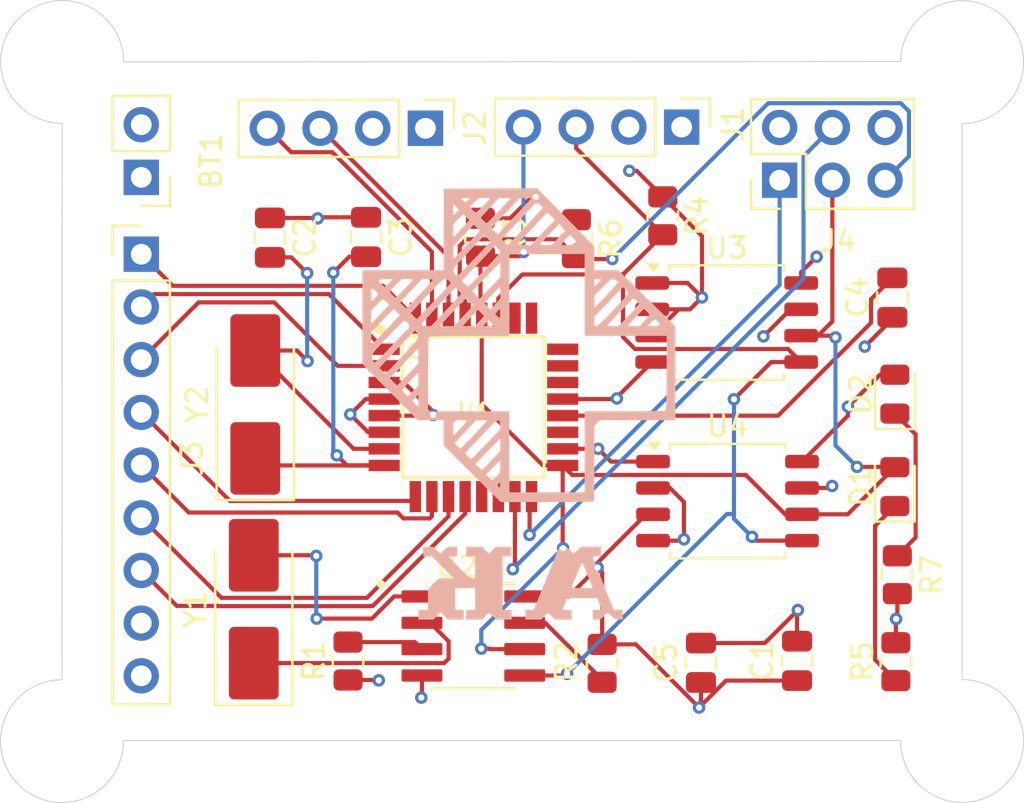
<source format=kicad_pcb>
(kicad_pcb (version 20241229) (generator "pcbnew") (generator_version "9.0")
  (layers (0 "F.Cu" signal) (4 "In1.Cu" signal) (6 "In2.Cu" signal) (2 "B.Cu" signal) (13 "F.Paste" user) (15 "B.Paste" user) (5 "F.SilkS" user "F.Silkscreen") (7 "B.SilkS" user "B.Silkscreen") (1 "F.Mask" user) (3 "B.Mask" user) (25 "Edge.Cuts" user))
  (net 0 "")
  (net 1 "/VCC")
  (net 2 "GND")
  (net 3 "Net-(U1-PB6)")
  (net 4 "Net-(U1-PB7)")
  (net 5 "Net-(U1-AREF)")
  (net 6 "/SCK")
  (net 7 "Net-(D1-K)")
  (net 8 "Net-(D2-K)")
  (net 9 "/SDA")
  (net 10 "/TX")
  (net 11 "/RX")
  (net 12 "/D7")
  (net 13 "/D2")
  (net 14 "/D5")
  (net 15 "/D3")
  (net 16 "/D8")
  (net 17 "/D6")
  (net 18 "/D4")
  (net 19 "/MISO")
  (net 20 "/MOSI")
  (net 21 "/RESET")
  (net 22 "Net-(U2-~{INTA})")
  (net 23 "Net-(U2-SQW{slash}~INT)")
  (net 32 "Net-(U2-X1)")
  (net 33 "Net-(U2-X2)")
  (footprint "Resistor_SMD:R_0805_2012Metric" (layer "F.Cu") (at 199.26 91.4175 -90)
    (property "Reference" "R5" (at 0 1.61 90) (layer "F.SilkS"))
    (property "Value" "330")
    (pad "1" smd roundrect (at -0.9125 0 270) (size 1.025 1.4) (layers "F.Cu" "F.Mask" "F.Paste") (roundrect_rratio 0.243902) (net 2 "GND"))
    (pad "2" smd roundrect (at 0.9125 0 270) (size 1.025 1.4) (layers "F.Cu" "F.Mask" "F.Paste") (roundrect_rratio 0.243902) (net 7 "Net-(D1-K)"))
  )
  (footprint "LED_SMD:LED_0805_2012Metric" (layer "F.Cu") (at 199.21 78.5225 90)
    (property "Reference" "D2" (at 0 -1.65 90) (layer "F.SilkS"))
    (property "Value" "LED")
    (pad "1" smd roundrect (at -0.9375 0 90) (size 0.975 1.4) (layers "F.Cu" "F.Mask" "F.Paste") (net 8 "Net-(D2-K)"))
    (pad "2" smd roundrect (at 0.9375 0 90) (size 0.975 1.4) (layers "F.Cu" "F.Mask" "F.Paste") (net 1 "/VCC"))
  )
  (footprint "Connector_PinHeader_2.54mm:PinHeader_1x02_P2.54mm_Vertical" (layer "F.Cu") (at 162.91 68.075 180)
    (property "Reference" "BT1" (at -3.36 0.79 90) (layer "F.SilkS"))
    (property "Value" "Battery")
    (pad "1" thru_hole rect (at 0 0 180) (size 1.7 1.7) (drill 1) (layers "*.Cu" "*.Mask") (net 1 "/VCC"))
    (pad "2" thru_hole circle (at 0 2.54 180) (size 1.7 1.7) (drill 1) (layers "*.Cu" "*.Mask") (net 2 "GND"))
  )
  (footprint "LED_SMD:LED_0805_2012Metric" (layer "F.Cu") (at 199.21 82.9825 90)
    (property "Reference" "D1" (at 0 -1.65 90) (layer "F.SilkS"))
    (property "Value" "LED")
    (pad "1" smd roundrect (at -0.9375 0 90) (size 0.975 1.4) (layers "F.Cu" "F.Mask" "F.Paste") (net 7 "Net-(D1-K)"))
    (pad "2" smd roundrect (at 0.9375 0 90) (size 0.975 1.4) (layers "F.Cu" "F.Mask" "F.Paste") (net 6 "/SCK"))
  )
  (footprint "Capacitor_SMD:C_0805_2012Metric" (layer "F.Cu") (at 199.09 73.87 90)
    (property "Reference" "C4" (at 0 -1.68 90) (layer "F.SilkS"))
    (property "Value" "0.1uF")
    (pad "1" smd roundrect (at -0.95 0 90) (size 1 1.45) (layers "F.Cu" "F.Mask" "F.Paste") (net 2 "GND"))
    (pad "2" smd roundrect (at 0.95 0 90) (size 1 1.45) (layers "F.Cu" "F.Mask" "F.Paste") (net 5 "Net-(U1-AREF)"))
  )
  (footprint "Package_SO:SOIC-8_5.3x5.3mm_P1.27mm" (layer "F.Cu") (at 191.15 83.68)
    (property "Reference" "U4" (at 0 -3.6 0) (layer "F.SilkS"))
    (property "Value" "24LC1025")
    (pad "1" smd roundrect (at -3.5875 -1.905) (size 1.625 0.65) (layers "F.Cu" "F.Mask" "F.Paste") (net 1 "/VCC"))
    (pad "2" smd roundrect (at -3.5875 -0.635) (size 1.625 0.65) (layers "F.Cu" "F.Mask" "F.Paste") (net 2 "GND"))
    (pad "3" smd roundrect (at -3.5875 0.635) (size 1.625 0.65) (layers "F.Cu" "F.Mask" "F.Paste") (net 1 "/VCC"))
    (pad "4" smd roundrect (at -3.5875 1.905) (size 1.625 0.65) (layers "F.Cu" "F.Mask" "F.Paste") (net 2 "GND"))
    (pad "5" smd roundrect (at 3.5875 1.905) (size 1.625 0.65) (layers "F.Cu" "F.Mask" "F.Paste") (net 9 "/SDA"))
    (pad "6" smd roundrect (at 3.5875 0.635) (size 1.625 0.65) (layers "F.Cu" "F.Mask" "F.Paste") (net 6 "/SCK"))
    (pad "7" smd roundrect (at 3.5875 -0.635) (size 1.625 0.65) (layers "F.Cu" "F.Mask" "F.Paste") (net 2 "GND"))
    (pad "8" smd roundrect (at 3.5875 -1.905) (size 1.625 0.65) (layers "F.Cu" "F.Mask" "F.Paste") (net 1 "/VCC"))
  )
  (footprint "Capacitor_SMD:C_0805_2012Metric" (layer "F.Cu") (at 189.87 91.47 90)
    (property "Reference" "C5" (at 0 -1.68 90) (layer "F.SilkS"))
    (property "Value" "100nF")
    (pad "1" smd roundrect (at -0.95 0 90) (size 1 1.45) (layers "F.Cu" "F.Mask" "F.Paste") (net 1 "/VCC"))
    (pad "2" smd roundrect (at 0.95 0 90) (size 1 1.45) (layers "F.Cu" "F.Mask" "F.Paste") (net 2 "GND"))
  )
  (footprint "ATMEGA328P-AN:Atmega328p-AN" (layer "F.Cu") (at 178.91 79.16)
    (property "Reference" "U1" (at 0.03 0.23 0) (layer "F.SilkS") (effects (font (size 0.8 0.8))))
    (property "Value" "ATMEGA328P-AN")
    (pad "1" smd rect (at -4.3 -2.8) (size 1.5 0.55) (layers "F.Cu" "F.Mask" "F.Paste") (net 15 "/D3"))
    (pad "2" smd rect (at -4.3 -2) (size 1.5 0.55) (layers "F.Cu" "F.Mask" "F.Paste") (net 18 "/D4"))
    (pad "3" smd rect (at -4.3 -1.2) (size 1.5 0.55) (layers "F.Cu" "F.Mask" "F.Paste") (net 2 "GND"))
    (pad "4" smd rect (at -4.3 -0.4) (size 1.5 0.55) (layers "F.Cu" "F.Mask" "F.Paste") (net 1 "/VCC"))
    (pad "5" smd rect (at -4.3 0.4) (size 1.5 0.55) (layers "F.Cu" "F.Mask" "F.Paste") (net 2 "GND"))
    (pad "6" smd rect (at -4.3 1.2) (size 1.5 0.55) (layers "F.Cu" "F.Mask" "F.Paste") (net 1 "/VCC"))
    (pad "7" smd rect (at -4.3 2) (size 1.5 0.55) (layers "F.Cu" "F.Mask" "F.Paste") (net 3 "Net-(U1-PB6)"))
    (pad "8" smd rect (at -4.3 2.8) (size 1.5 0.55) (layers "F.Cu" "F.Mask" "F.Paste") (net 4 "Net-(U1-PB7)"))
    (pad "9" smd rect (at -2.8 4.3) (size 0.55 1.5) (layers "F.Cu" "F.Mask" "F.Paste") (net 14 "/D5"))
    (pad "10" smd rect (at -2 4.3) (size 0.55 1.5) (layers "F.Cu" "F.Mask" "F.Paste") (net 17 "/D6"))
    (pad "11" smd rect (at -1.2 4.3) (size 0.55 1.5) (layers "F.Cu" "F.Mask" "F.Paste") (net 12 "/D7"))
    (pad "12" smd rect (at -0.4 4.3) (size 0.55 1.5) (layers "F.Cu" "F.Mask" "F.Paste") (net 16 "/D8"))
    (pad "13" smd rect (at 0.4 4.3) (size 0.55 1.5) (layers "F.Cu" "F.Mask" "F.Paste"))
    (pad "14" smd rect (at 1.2 4.3) (size 0.55 1.5) (layers "F.Cu" "F.Mask" "F.Paste"))
    (pad "15" smd rect (at 2 4.3) (size 0.55 1.5) (layers "F.Cu" "F.Mask" "F.Paste") (net 20 "/MOSI"))
    (pad "16" smd rect (at 2.8 4.3) (size 0.55 1.5) (layers "F.Cu" "F.Mask" "F.Paste") (net 19 "/MISO"))
    (pad "17" smd rect (at 4.3 2.8) (size 1.5 0.55) (layers "F.Cu" "F.Mask" "F.Paste") (net 6 "/SCK"))
    (pad "18" smd rect (at 4.3 2) (size 1.5 0.55) (layers "F.Cu" "F.Mask" "F.Paste") (net 1 "/VCC"))
    (pad "19" smd rect (at 4.3 1.2) (size 1.5 0.55) (layers "F.Cu" "F.Mask" "F.Paste"))
    (pad "20" smd rect (at 4.3 0.4) (size 1.5 0.55) (layers "F.Cu" "F.Mask" "F.Paste") (net 5 "Net-(U1-AREF)"))
    (pad "21" smd rect (at 4.3 -0.4) (size 1.5 0.55) (layers "F.Cu" "F.Mask" "F.Paste") (net 2 "GND"))
    (pad "22" smd rect (at 4.3 -1.2) (size 1.5 0.55) (layers "F.Cu" "F.Mask" "F.Paste"))
    (pad "23" smd rect (at 4.3 -2) (size 1.5 0.55) (layers "F.Cu" "F.Mask" "F.Paste"))
    (pad "24" smd rect (at 4.3 -2.8) (size 1.5 0.55) (layers "F.Cu" "F.Mask" "F.Paste"))
    (pad "25" smd rect (at 2.8 -4.3) (size 0.55 1.5) (layers "F.Cu" "F.Mask" "F.Paste"))
    (pad "26" smd rect (at 2 -4.3) (size 0.55 1.5) (layers "F.Cu" "F.Mask" "F.Paste"))
    (pad "27" smd rect (at 1.2 -4.3) (size 0.55 1.5) (layers "F.Cu" "F.Mask" "F.Paste") (net 9 "/SDA"))
    (pad "28" smd rect (at 0.4 -4.3) (size 0.55 1.5) (layers "F.Cu" "F.Mask" "F.Paste") (net 6 "/SCK"))
    (pad "29" smd rect (at -0.4 -4.3) (size 0.55 1.5) (layers "F.Cu" "F.Mask" "F.Paste") (net 21 "/RESET"))
    (pad "30" smd rect (at -1.2 -4.3) (size 0.55 1.5) (layers "F.Cu" "F.Mask" "F.Paste") (net 11 "/RX"))
    (pad "31" smd rect (at -2 -4.3) (size 0.55 1.5) (layers "F.Cu" "F.Mask" "F.Paste") (net 10 "/TX"))
    (pad "32" smd rect (at -2.8 -4.3) (size 0.55 1.5) (layers "F.Cu" "F.Mask" "F.Paste") (net 13 "/D2"))
  )
  (footprint "Connector_PinHeader_2.54mm:PinHeader_2x03_P2.54mm_Vertical" (layer "F.Cu") (at 193.66 68.21 90)
    (property "Reference" "J4" (at -2.93 2.82 180) (layer "F.SilkS"))
    (property "Value" "Conn_02x03_Odd_Even" (hide yes))
    (pad "1" thru_hole rect (at 0 0 90) (size 1.7 1.7) (drill 1) (layers "*.Cu" "*.Mask") (net 19 "/MISO"))
    (pad "2" thru_hole circle (at 2.54 0 90) (size 1.7 1.7) (drill 1) (layers "*.Cu" "*.Mask") (net 1 "/VCC"))
    (pad "3" thru_hole circle (at 0 2.54 90) (size 1.7 1.7) (drill 1) (layers "*.Cu" "*.Mask") (net 6 "/SCK"))
    (pad "4" thru_hole circle (at 2.54 2.54 90) (size 1.7 1.7) (drill 1) (layers "*.Cu" "*.Mask") (net 20 "/MOSI"))
    (pad "5" thru_hole circle (at 0 5.08 90) (size 1.7 1.7) (drill 1) (layers "*.Cu" "*.Mask") (net 21 "/RESET"))
    (pad "6" thru_hole circle (at 2.54 5.08 90) (size 1.7 1.7) (drill 1) (layers "*.Cu" "*.Mask") (net 2 "GND"))
  )
  (footprint "Resistor_SMD:R_0805_2012Metric" (layer "F.Cu") (at 179.25 70.96 -90)
    (property "Reference" "R3" (at 0 -1.65 90) (layer "F.SilkS"))
    (property "Value" "4.7K")
    (pad "1" smd roundrect (at -0.9125 0 270) (size 1.025 1.4) (layers "F.Cu" "F.Mask" "F.Paste") (roundrect_rratio 0.243902) (net 1 "/VCC"))
    (pad "2" smd roundrect (at 0.9125 0 270) (size 1.025 1.4) (layers "F.Cu" "F.Mask" "F.Paste") (roundrect_rratio 0.243902) (net 6 "/SCK"))
  )
  (footprint "Resistor_SMD:R_0805_2012Metric" (layer "F.Cu") (at 172.87 91.3875 90)
    (property "Reference" "R1" (at 0 -1.65 90) (layer "F.SilkS"))
    (property "Value" "10K")
    (pad "1" smd roundrect (at -0.9125 0 90) (size 1.025 1.4) (layers "F.Cu" "F.Mask" "F.Paste") (roundrect_rratio 0.243902) (net 1 "/VCC"))
    (pad "2" smd roundrect (at 0.9125 0 90) (size 1.025 1.4) (layers "F.Cu" "F.Mask" "F.Paste") (roundrect_rratio 0.243902) (net 22 "Net-(U2-~{INTA})"))
  )
  (footprint "Connector_PinHeader_2.54mm:PinHeader_1x04_P2.54mm_Vertical" (layer "F.Cu") (at 176.6 65.71 -90)
    (property "Reference" "J2" (at 0 -2.38 90) (layer "F.SilkS"))
    (property "Value" "Conn_01x04_Pin" (hide yes))
    (pad "1" thru_hole rect (at 0 0 270) (size 1.7 1.7) (drill 1) (layers "*.Cu" "*.Mask") (net 2 "GND"))
    (pad "2" thru_hole circle (at 0 2.54 270) (size 1.7 1.7) (drill 1) (layers "*.Cu" "*.Mask") (net 1 "/VCC"))
    (pad "3" thru_hole circle (at 0 5.08 270) (size 1.7 1.7) (drill 1) (layers "*.Cu" "*.Mask") (net 11 "/RX"))
    (pad "4" thru_hole circle (at 0 7.62 270) (size 1.7 1.7) (drill 1) (layers "*.Cu" "*.Mask") (net 10 "/TX"))
  )
  (footprint "Capacitor_SMD:C_0805_2012Metric" (layer "F.Cu") (at 194.5 91.38 90)
    (property "Reference" "C1" (at 0 -1.68 90) (layer "F.SilkS"))
    (property "Value" "0.1Uf")
    (pad "1" smd roundrect (at -0.95 0 90) (size 1 1.45) (layers "F.Cu" "F.Mask" "F.Paste") (net 1 "/VCC"))
    (pad "2" smd roundrect (at 0.95 0 90) (size 1 1.45) (layers "F.Cu" "F.Mask" "F.Paste") (net 2 "GND"))
  )
  (footprint "Crystal:Crystal_SMD_5032-2Pin_5.0x3.2mm_HandSoldering" (layer "F.Cu") (at 168.4 79.02 90)
    (property "Reference" "Y2" (at 0 -2.8 90) (layer "F.SilkS"))
    (property "Value" "16MHz")
    (pad "1" smd roundrect (at -2.6 0 90) (size 3.5 2.4) (layers "F.Cu" "F.Mask" "F.Paste") (roundrect_rratio 0.104167) (net 4 "Net-(U1-PB7)"))
    (pad "2" smd roundrect (at 2.6 0 90) (size 3.5 2.4) (layers "F.Cu" "F.Mask" "F.Paste") (roundrect_rratio 0.104167) (net 3 "Net-(U1-PB6)"))
  )
  (footprint "Connector_PinHeader_2.54mm:PinHeader_1x04_P2.54mm_Vertical" (layer "F.Cu") (at 188.94 65.65 -90)
    (property "Reference" "J1" (at -0.13 -2.47 90) (layer "F.SilkS"))
    (property "Value" "Conn_01x04_Pin" (hide yes))
    (pad "1" thru_hole rect (at 0 0 270) (size 1.7 1.7) (drill 1) (layers "*.Cu" "*.Mask") (net 2 "GND"))
    (pad "2" thru_hole circle (at 0 2.54 270) (size 1.7 1.7) (drill 1) (layers "*.Cu" "*.Mask") (net 1 "/VCC"))
    (pad "3" thru_hole circle (at 0 5.08 270) (size 1.7 1.7) (drill 1) (layers "*.Cu" "*.Mask") (net 9 "/SDA"))
    (pad "4" thru_hole circle (at 0 7.62 270) (size 1.7 1.7) (drill 1) (layers "*.Cu" "*.Mask") (net 6 "/SCK"))
  )
  (footprint "MountingHole:MountingHole_2.1mm" (layer "F.Cu") (at 202.45 95.24)
    (property "Reference" "H4" (hide yes))
    (property "Value" "MountingHole" (hide yes))
    (pad "" np_thru_hole circle (at 0 0) (size 2.1 2.1) (drill 2.1) (layers "*.Cu" "*.Mask"))
  )
  (footprint "Capacitor_SMD:C_0805_2012Metric" (layer "F.Cu") (at 173.74 70.95 -90)
    (property "Reference" "C3" (at 0 -1.68 90) (layer "F.SilkS"))
    (property "Value" "23pF")
    (pad "1" smd roundrect (at -0.95 0 270) (size 1 1.45) (layers "F.Cu" "F.Mask" "F.Paste") (net 2 "GND"))
    (pad "2" smd roundrect (at 0.95 0 270) (size 1 1.45) (layers "F.Cu" "F.Mask" "F.Paste") (net 4 "Net-(U1-PB7)"))
  )
  (footprint "MountingHole:MountingHole_2.1mm" (layer "F.Cu") (at 159.1 95.23)
    (property "Reference" "H3" (hide yes))
    (property "Value" "MountingHole" (hide yes))
    (pad "" np_thru_hole circle (at 0 0) (size 2.1 2.1) (drill 2.1) (layers "*.Cu" "*.Mask"))
  )
  (footprint "Resistor_SMD:R_0805_2012Metric" (layer "F.Cu") (at 185.11 91.4975 -90)
    (property "Reference" "R2" (at -0.0775 1.72 90) (layer "F.SilkS"))
    (property "Value" "10K")
    (pad "1" smd roundrect (at -0.9125 0 270) (size 1.025 1.4) (layers "F.Cu" "F.Mask" "F.Paste") (roundrect_rratio 0.243902) (net 1 "/VCC"))
    (pad "2" smd roundrect (at 0.9125 0 270) (size 1.025 1.4) (layers "F.Cu" "F.Mask" "F.Paste") (roundrect_rratio 0.243902) (net 23 "Net-(U2-SQW{slash}~INT)"))
  )
  (footprint "MountingHole:MountingHole_2.1mm" (layer "F.Cu") (at 202.45 62.52)
    (property "Reference" "H2" (hide yes))
    (property "Value" "MountingHole" (hide yes))
    (pad "" np_thru_hole circle (at 0 0) (size 2.1 2.1) (drill 2.1) (layers "*.Cu" "*.Mask"))
  )
  (footprint "Crystal:Crystal_SMD_5032-2Pin_5.0x3.2mm_HandSoldering" (layer "F.Cu") (at 168.33 88.89 90)
    (property "Reference" "Y1" (at 0 -2.8 90) (layer "F.SilkS"))
    (property "Value" "32.768Khz")
    (pad "1" smd roundrect (at -2.6 0 90) (size 3.5 2.4) (layers "F.Cu" "F.Mask" "F.Paste") (roundrect_rratio 0.104167) (net 33 "Net-(U2-X2)"))
    (pad "2" smd roundrect (at 2.6 0 90) (size 3.5 2.4) (layers "F.Cu" "F.Mask" "F.Paste") (roundrect_rratio 0.104167) (net 32 "Net-(U2-X1)"))
  )
  (footprint "Resistor_SMD:R_0805_2012Metric" (layer "F.Cu") (at 188.03 69.9275 -90)
    (property "Reference" "R4" (at 0 -1.65 90) (layer "F.SilkS"))
    (property "Value" "4.7K")
    (pad "1" smd roundrect (at -0.9125 0 270) (size 1.025 1.4) (layers "F.Cu" "F.Mask" "F.Paste") (roundrect_rratio 0.243902) (net 1 "/VCC"))
    (pad "2" smd roundrect (at 0.9125 0 270) (size 1.025 1.4) (layers "F.Cu" "F.Mask" "F.Paste") (roundrect_rratio 0.243902) (net 9 "/SDA"))
  )
  (footprint "Resistor_SMD:R_0805_2012Metric" (layer "F.Cu") (at 183.87 71.0275 -90)
    (property "Reference" "R6" (at 0 -1.65 90) (layer "F.SilkS"))
    (property "Value" "10K")
    (pad "1" smd roundrect (at -0.9125 0 270) (size 1.025 1.4) (layers "F.Cu" "F.Mask" "F.Paste") (roundrect_rratio 0.243902) (net 1 "/VCC"))
    (pad "2" smd roundrect (at 0.9125 0 270) (size 1.025 1.4) (layers "F.Cu" "F.Mask" "F.Paste") (roundrect_rratio 0.243902) (net 21 "/RESET"))
  )
  (footprint "Capacitor_SMD:C_0805_2012Metric" (layer "F.Cu") (at 169.11 70.98 -90)
    (property "Reference" "C2" (at 0 -1.68 90) (layer "F.SilkS"))
    (property "Value" "22pF")
    (pad "1" smd roundrect (at -0.95 0 270) (size 1 1.45) (layers "F.Cu" "F.Mask" "F.Paste") (net 2 "GND"))
    (pad "2" smd roundrect (at 0.95 0 270) (size 1 1.45) (layers "F.Cu" "F.Mask" "F.Paste") (net 3 "Net-(U1-PB6)"))
  )
  (footprint "Resistor_SMD:R_0805_2012Metric" (layer "F.Cu") (at 199.33 87.2275 -90)
    (property "Reference" "R7" (at 0 -1.65 90) (layer "F.SilkS"))
    (property "Value" "330")
    (pad "1" smd roundrect (at -0.9125 0 270) (size 1.025 1.4) (layers "F.Cu" "F.Mask" "F.Paste") (roundrect_rratio 0.243902) (net 8 "Net-(D2-K)"))
    (pad "2" smd roundrect (at 0.9125 0 270) (size 1.025 1.4) (layers "F.Cu" "F.Mask" "F.Paste") (roundrect_rratio 0.243902) (net 2 "GND"))
  )
  (footprint "DS1337S_:DS1337S" (layer "F.Cu") (at 178.905 90.18)
    (property "Reference" "U2" (at -0.795 -3.332 0) (layer "F.SilkS"))
    (property "Value" "DS1337S_")
    (pad "1" smd roundrect (at -2.475 -1.905) (size 1.97 0.59) (layers "F.Cu" "F.Mask" "F.Paste") (roundrect_rratio 0.125) (net 32 "Net-(U2-X1)"))
    (pad "2" smd roundrect (at -2.475 -0.635) (size 1.97 0.59) (layers "F.Cu" "F.Mask" "F.Paste") (roundrect_rratio 0.125) (net 33 "Net-(U2-X2)"))
    (pad "3" smd roundrect (at -2.475 0.635) (size 1.97 0.59) (layers "F.Cu" "F.Mask" "F.Paste") (roundrect_rratio 0.125) (net 22 "Net-(U2-~{INTA})"))
    (pad "4" smd roundrect (at -2.475 1.905) (size 1.97 0.59) (layers "F.Cu" "F.Mask" "F.Paste") (roundrect_rratio 0.125) (net 2 "GND"))
    (pad "5" smd roundrect (at 2.475 1.905) (size 1.97 0.59) (layers "F.Cu" "F.Mask" "F.Paste") (roundrect_rratio 0.125) (net 9 "/SDA"))
    (pad "6" smd roundrect (at 2.475 0.635) (size 1.97 0.59) (layers "F.Cu" "F.Mask" "F.Paste") (roundrect_rratio 0.125) (net 6 "/SCK"))
    (pad "7" smd roundrect (at 2.475 -0.635) (size 1.97 0.59) (layers "F.Cu" "F.Mask" "F.Paste") (roundrect_rratio 0.125) (net 23 "Net-(U2-SQW{slash}~INT)"))
    (pad "8" smd roundrect (at 2.475 -1.905) (size 1.97 0.59) (layers "F.Cu" "F.Mask" "F.Paste") (roundrect_rratio 0.125) (net 1 "/VCC"))
  )
  (footprint "Connector_PinHeader_2.54mm:PinHeader_1x09_P2.54mm_Vertical" (layer "F.Cu") (at 162.91 71.78)
    (property "Reference" "J3" (at 2.45 9.84 90) (layer "F.SilkS"))
    (property "Value" "Conn_01x09_Pin" (hide yes))
    (pad "1" thru_hole rect (at 0 0) (size 1.7 1.7) (drill 1) (layers "*.Cu" "*.Mask") (net 13 "/D2"))
    (pad "2" thru_hole circle (at 0 2.54) (size 1.7 1.7) (drill 1) (layers "*.Cu" "*.Mask") (net 15 "/D3"))
    (pad "3" thru_hole circle (at 0 5.08) (size 1.7 1.7) (drill 1) (layers "*.Cu" "*.Mask") (net 18 "/D4"))
    (pad "4" thru_hole circle (at 0 7.62) (size 1.7 1.7) (drill 1) (layers "*.Cu" "*.Mask") (net 14 "/D5"))
    (pad "5" thru_hole circle (at 0 10.16) (size 1.7 1.7) (drill 1) (layers "*.Cu" "*.Mask") (net 17 "/D6"))
    (pad "6" thru_hole circle (at 0 12.7) (size 1.7 1.7) (drill 1) (layers "*.Cu" "*.Mask") (net 12 "/D7"))
    (pad "7" thru_hole circle (at 0 15.24) (size 1.7 1.7) (drill 1) (layers "*.Cu" "*.Mask") (net 16 "/D8"))
    (pad "8" thru_hole circle (at 0 17.78) (size 1.7 1.7) (drill 1) (layers "*.Cu" "*.Mask") (net 2 "GND"))
    (pad "9" thru_hole circle (at 0 20.32) (size 1.7 1.7) (drill 1) (layers "*.Cu" "*.Mask") (net 1 "/VCC"))
  )
  (footprint "MountingHole:MountingHole_2.1mm" (layer "F.Cu") (at 159.1 62.51)
    (property "Reference" "H1" (hide yes))
    (property "Value" "MountingHole" (hide yes))
    (pad "" np_thru_hole circle (at 0 0) (size 2.1 2.1) (drill 2.1) (layers "*.Cu" "*.Mask"))
  )
  (footprint "Package_SO:SOIC-8_5.3x5.3mm_P1.27mm" (layer "F.Cu") (at 191.11 75.07)
    (property "Reference" "U3" (at 0 -3.6 0) (layer "F.SilkS"))
    (property "Value" "24LC1025")
    (pad "1" smd roundrect (at -3.5875 -1.905) (size 1.625 0.65) (layers "F.Cu" "F.Mask" "F.Paste") (net 1 "/VCC"))
    (pad "2" smd roundrect (at -3.5875 -0.635) (size 1.625 0.65) (layers "F.Cu" "F.Mask" "F.Paste") (net 1 "/VCC"))
    (pad "3" smd roundrect (at -3.5875 0.635) (size 1.625 0.65) (layers "F.Cu" "F.Mask" "F.Paste") (net 1 "/VCC"))
    (pad "4" smd roundrect (at -3.5875 1.905) (size 1.625 0.65) (layers "F.Cu" "F.Mask" "F.Paste") (net 2 "GND"))
    (pad "5" smd roundrect (at 3.5875 1.905) (size 1.625 0.65) (layers "F.Cu" "F.Mask" "F.Paste") (net 9 "/SDA"))
    (pad "6" smd roundrect (at 3.5875 0.635) (size 1.625 0.65) (layers "F.Cu" "F.Mask" "F.Paste") (net 6 "/SCK"))
    (pad "7" smd roundrect (at 3.5875 -0.635) (size 1.625 0.65) (layers "F.Cu" "F.Mask" "F.Paste") (net 2 "GND"))
    (pad "8" smd roundrect (at 3.5875 -1.905) (size 1.625 0.65) (layers "F.Cu" "F.Mask" "F.Paste") (net 1 "/VCC"))
  )
  (footprint "dd:ss" (layer "B.Cu") (at 181.101999 80.519893 180)
    (property "Reference" "G***" (hide yes))
    (property "Value" "LOGO" (hide yes))
  )
  (gr_line (start 159.09 92.29) (end 159.1 65.469999) (stroke (width 0.05)) (layer "Edge.Cuts"))
  (gr_line (start 202.45 65.48) (end 202.45 92.28) (stroke (width 0.05)) (layer "Edge.Cuts"))
  (gr_arc (start 199.49 62.49) (mid 204.553723 60.43749) (end 202.45 65.480152) (stroke (width 0.05)) (layer "Edge.Cuts"))
  (gr_arc (start 202.45 92.28) (mid 204.535931 97.340117) (end 199.490068 95.219937) (stroke (width 0.05)) (layer "Edge.Cuts"))
  (gr_line (start 199.490068 95.219937) (end 162.049846 95.219905) (stroke (width 0.05)) (layer "Edge.Cuts"))
  (gr_arc (start 162.049846 95.219807) (mid 157.007666 97.353684) (end 159.09 92.29) (stroke (width 0.05)) (layer "Edge.Cuts"))
  (gr_arc (start 159.1 65.47) (mid 157.006964 60.416964) (end 162.06 62.51) (stroke (width 0.05)) (layer "Edge.Cuts"))
  (gr_line (start 162.06 62.51) (end 199.490001 62.49) (stroke (width 0.05)) (layer "Edge.Cuts"))
  (segment (start 191.08 92.33) (end 189.78 93.63) (width 0.2) (layer "F.Cu") (net 1))
  (segment (start 186.735 90.585) (end 189.78 93.63) (width 0.2) (layer "F.Cu") (net 1))
  (segment (start 194.5 92.33) (end 191.08 92.33) (width 0.2) (layer "F.Cu") (net 1))
  (segment (start 187.5625 81.775) (end 185.535 81.775) (width 0.2) (layer "F.Cu") (net 1))
  (segment (start 181.38 88.275) (end 183.495 88.275) (width 0.2) (layer "F.Cu") (net 1))
  (segment (start 189.92 70.905) (end 189.92 73.86) (width 0.2) (layer "F.Cu") (net 1))
  (segment (start 194.6975 73.165) (end 194.6975 72.6425) (width 0.2) (layer "F.Cu") (net 1))
  (segment (start 199.21 77.585) (end 198.495 77.585) (width 0.2) (layer "F.Cu") (net 1))
  (segment (start 198.495 77.585) (end 196.95 79.13) (width 0.2) (layer "F.Cu") (net 1))
  (segment (start 186.775 67.76) (end 188.03 69.015) (width 0.2) (layer "F.Cu") (net 1))
  (segment (start 173.72 78.76) (end 172.98 79.5) (width 0.2) (layer "F.Cu") (net 1))
  (segment (start 196.95 79.13) (end 196.95 79.5625) (width 0.2) (layer "F.Cu") (net 1))
  (segment (start 183.21 81.16) (end 184.91294 81.16) (width 0.2) (layer "F.Cu") (net 1))
  (segment (start 184.91294 81.16) (end 184.91647 81.15647) (width 0.2) (layer "F.Cu") (net 1))
  (segment (start 185.11 90.585) (end 185.11 87.1) (width 0.2) (layer "F.Cu") (net 1))
  (segment (start 184.89 86.65) (end 187.225 84.315) (width 0.2) (layer "F.Cu") (net 1))
  (segment (start 179.25 70.0475) (end 180.6825 70.0475) (width 0.2) (layer "F.Cu") (net 1))
  (segment (start 172.98 79.5) (end 173.84 80.36) (width 0.2) (layer "F.Cu") (net 1))
  (segment (start 187.225 84.315) (end 187.5625 84.315) (width 0.2) (layer "F.Cu") (net 1))
  (segment (start 184.89 86.88) (end 184.89 86.65) (width 0.2) (layer "F.Cu") (net 1))
  (segment (start 181.72 69.01) (end 181.92 69.01) (width 0.2) (layer "F.Cu") (net 1))
  (segment (start 194.6975 72.6425) (end 195.44 71.9) (width 0.2) (layer "F.Cu") (net 1))
  (segment (start 189.87 92.42) (end 189.87 93.54) (width 0.2) (layer "F.Cu") (net 1))
  (segment (start 172.87 92.3) (end 174.33 92.3) (width 0.2) (layer "F.Cu") (net 1))
  (segment (start 185.535 81.775) (end 184.91647 81.15647) (width 0.2) (layer "F.Cu") (net 1))
  (segment (start 183.87 70.115) (end 183.025 70.115) (width 0.2) (layer "F.Cu") (net 1))
  (segment (start 183.495 88.275) (end 184.89 86.88) (width 0.2) (layer "F.Cu") (net 1))
  (segment (start 187.5225 73.165) (end 189.225 73.165) (width 0.2) (layer "F.Cu") (net 1))
  (segment (start 187.5225 75.705) (end 188.7925 74.435) (width 0.2) (layer "F.Cu") (net 1))
  (segment (start 185.11 87.1) (end 184.89 86.88) (width 0.2) (layer "F.Cu") (net 1))
  (segment (start 180.6825 70.0475) (end 181.72 69.01) (width 0.2) (layer "F.Cu") (net 1))
  (segment (start 183.025 70.115) (end 181.92 69.01) (width 0.2) (layer "F.Cu") (net 1))
  (segment (start 188.03 69.015) (end 189.92 70.905) (width 0.2) (layer "F.Cu") (net 1))
  (segment (start 196.95 79.5625) (end 194.7375 81.775) (width 0.2) (layer "F.Cu") (net 1))
  (segment (start 187.5225 74.435) (end 189.345 74.435) (width 0.2) (layer "F.Cu") (net 1))
  (segment (start 173.84 80.36) (end 174.61 80.36) (width 0.2) (layer "F.Cu") (net 1))
  (segment (start 174.61 78.76) (end 173.72 78.76) (width 0.2) (layer "F.Cu") (net 1))
  (segment (start 174.33 92.3) (end 174.35 92.32) (width 0.2) (layer "F.Cu") (net 1))
  (segment (start 189.87 93.54) (end 189.78 93.63) (width 0.2) (layer "F.Cu") (net 1))
  (segment (start 189.225 73.165) (end 189.92 73.86) (width 0.2) (layer "F.Cu") (net 1))
  (segment (start 188.7925 74.435) (end 189.345 74.435) (width 0.2) (layer "F.Cu") (net 1))
  (segment (start 186.42 67.76) (end 186.775 67.76) (width 0.2) (layer "F.Cu") (net 1))
  (segment (start 189.345 74.435) (end 189.92 73.86) (width 0.2) (layer "F.Cu") (net 1))
  (segment (start 185.11 90.585) (end 186.735 90.585) (width 0.2) (layer "F.Cu") (net 1))
  (via (at 195.44 71.9) (size 0.6) (drill 0.3) (layers "F.Cu" "B.Cu") (net 1))
  (via (at 189.78 93.63) (size 0.6) (drill 0.3) (layers "F.Cu" "B.Cu") (net 1))
  (via (at 184.91647 81.15647) (size 0.6) (drill 0.3) (layers "F.Cu" "B.Cu") (net 1))
  (via (at 181.92 69.01) (size 0.6) (drill 0.3) (layers "F.Cu" "B.Cu") (net 1))
  (via (at 186.42 67.76) (size 0.6) (drill 0.3) (layers "F.Cu" "B.Cu") (net 1))
  (via (at 196.95 79.13) (size 0.6) (drill 0.3) (layers "F.Cu" "B.Cu") (net 1))
  (via (at 172.98 79.5) (size 0.6) (drill 0.3) (layers "F.Cu" "B.Cu") (net 1))
  (via (at 189.92 73.86) (size 0.6) (drill 0.3) (layers "F.Cu" "B.Cu") (net 1))
  (via (at 184.89 86.88) (size 0.6) (drill 0.3) (layers "F.Cu" "B.Cu") (net 1))
  (via (at 174.35 92.32) (size 0.6) (drill 0.3) (layers "F.Cu" "B.Cu") (net 1))
  (segment (start 176.97 79.37) (end 176.97 79.53) (width 0.2) (layer "F.Cu") (net 2))
  (segment (start 169.11 70.03) (end 171.39 70.03) (width 0.2) (layer "F.Cu") (net 2))
  (segment (start 188.98647 85.585) (end 189.050735 85.520735) (width 0.2) (layer "F.Cu") (net 2))
  (segment (start 189.87 90.52) (end 192.95 90.52) (width 0.2) (layer "F.Cu") (net 2))
  (segment (start 199.09 74.90352) (end 197.76176 76.23176) (width 0.2) (layer "F.Cu") (net 2))
  (segment (start 185.79 78.76) (end 185.82 78.73) (width 0.2) (layer "F.Cu") (net 2))
  (segment (start 185.82 78.6775) (end 185.82 78.73) (width 0.2) (layer "F.Cu") (net 2))
  (segment (start 183.21 78.76) (end 185.79 78.76) (width 0.2) (layer "F.Cu") (net 2))
  (segment (start 199.33 88.14) (end 199.33 89.3) (width 0.2) (layer "F.Cu") (net 2))
  (segment (start 187.5625 83.045) (end 188.374999 83.045) (width 0.2) (layer "F.Cu") (net 2))
  (segment (start 176.43 93.12) (end 176.4 93.15) (width 0.2) (layer "F.Cu") (net 2))
  (segment (start 187.5625 85.585) (end 188.98647 85.585) (width 0.2) (layer "F.Cu") (net 2))
  (segment (start 194.6975 74.435) (end 194.18353 74.435) (width 0.2) (layer "F.Cu") (net 2))
  (segment (start 188.374999 83.045) (end 189.050735 83.720736) (width 0.2) (layer "F.Cu") (net 2))
  (segment (start 194.5 90.43) (end 194.5 88.97) (width 0.2) (layer "F.Cu") (net 2))
  (segment (start 196.095 83.045) (end 196.19 82.95) (width 0.2) (layer "F.Cu") (net 2))
  (segment (start 199.26 89.37) (end 199.27 89.36) (width 0.2) (layer "F.Cu") (net 2))
  (segment (start 171.41 70.05) (end 171.46 70) (width 0.2) (layer "F.Cu") (net 2))
  (segment (start 175.56 77.96) (end 176.97 79.37) (width 0.2) (layer "F.Cu") (net 2))
  (segment (start 174.61 79.56) (end 176.94 79.56) (width 0.2) (layer "F.Cu") (net 2))
  (segment (start 171.46 70) (end 173.74 70) (width 0.2) (layer "F.Cu") (net 2))
  (segment (start 199.26 90.505) (end 199.26 89.37) (width 0.2) (layer "F.Cu") (net 2))
  (segment (start 176.43 92.085) (end 176.43 93.12) (width 0.2) (layer "F.Cu") (net 2))
  (segment (start 194.18353 74.435) (end 192.879265 75.739265) (width 0.2) (layer "F.Cu") (net 2))
  (segment (start 171.39 70.03) (end 171.41 70.05) (width 0.2) (layer "F.Cu") (net 2))
  (segment (start 194.7375 83.045) (end 196.095 83.045) (width 0.2) (layer "F.Cu") (net 2))
  (segment (start 187.5225 76.975) (end 185.82 78.6775) (width 0.2) (layer "F.Cu") (net 2))
  (segment (start 192.95 90.52) (end 194.54 88.93) (width 0.2) (layer "F.Cu") (net 2))
  (segment (start 194.5 88.97) (end 194.54 88.93) (width 0.2) (layer "F.Cu") (net 2))
  (segment (start 189.050735 83.720736) (end 189.050735 85.520735) (width 0.2) (layer "F.Cu") (net 2))
  (segment (start 199.33 89.3) (end 199.27 89.36) (width 0.2) (layer "F.Cu") (net 2))
  (segment (start 176.94 79.56) (end 176.97 79.53) (width 0.2) (layer "F.Cu") (net 2))
  (segment (start 199.09 74.82) (end 199.09 74.90352) (width 0.2) (layer "F.Cu") (net 2))
  (segment (start 174.61 77.96) (end 175.56 77.96) (width 0.2) (layer "F.Cu") (net 2))
  (via (at 197.76176 76.23176) (size 0.6) (drill 0.3) (layers "F.Cu" "B.Cu") (net 2))
  (via (at 176.97 79.53) (size 0.6) (drill 0.3) (layers "F.Cu" "B.Cu") (net 2))
  (via (at 199.27 89.36) (size 0.6) (drill 0.3) (layers "F.Cu" "B.Cu") (net 2))
  (via (at 194.54 88.93) (size 0.6) (drill 0.3) (layers "F.Cu" "B.Cu") (net 2))
  (via (at 171.41 70.05) (size 0.6) (drill 0.3) (layers "F.Cu" "B.Cu") (net 2))
  (via (at 189.050735 85.520735) (size 0.6) (drill 0.3) (layers "F.Cu" "B.Cu") (net 2))
  (via (at 192.879265 75.739265) (size 0.6) (drill 0.3) (layers "F.Cu" "B.Cu") (net 2))
  (via (at 185.82 78.73) (size 0.6) (drill 0.3) (layers "F.Cu" "B.Cu") (net 2))
  (via (at 196.19 82.95) (size 0.6) (drill 0.3) (layers "F.Cu" "B.Cu") (net 2))
  (via (at 176.4 93.15) (size 0.6) (drill 0.3) (layers "F.Cu" "B.Cu") (net 2))
  (segment (start 174.61 81.16) (end 173.14 81.16) (width 0.2) (layer "F.Cu") (net 3))
  (segment (start 170.92 76.93) (end 170.41 76.42) (width 0.2) (layer "F.Cu") (net 3))
  (segment (start 170.14 71.93) (end 170.9 72.69) (width 0.2) (layer "F.Cu") (net 3))
  (segment (start 169.11 71.93) (end 170.14 71.93) (width 0.2) (layer "F.Cu") (net 3))
  (segment (start 170.41 76.42) (end 168.4 76.42) (width 0.2) (layer "F.Cu") (net 3))
  (segment (start 173.14 81.16) (end 168.4 76.42) (width 0.2) (layer "F.Cu") (net 3))
  (via (at 170.9 72.69) (size 0.6) (drill 0.3) (layers "F.Cu" "B.Cu") (net 3))
  (via (at 170.92 76.93) (size 0.6) (drill 0.3) (layers "F.Cu" "B.Cu") (net 3))
  (segment (start 170.9 76.91) (end 170.92 76.93) (width 0.2) (layer "B.Cu") (net 3))
  (segment (start 170.9 72.69) (end 170.9 76.91) (width 0.2) (layer "B.Cu") (net 3))
  (segment (start 173.74 71.9) (end 172.93 71.9) (width 0.2) (layer "F.Cu") (net 4))
  (segment (start 168.74 81.96) (end 168.4 81.62) (width 0.2) (layer "F.Cu") (net 4))
  (segment (start 172.33 81.47) (end 172.82 81.96) (width 0.2) (layer "F.Cu") (net 4))
  (segment (start 172.82 81.96) (end 174.61 81.96) (width 0.2) (layer "F.Cu") (net 4))
  (segment (start 172.93 71.9) (end 172.16 72.67) (width 0.2) (layer "F.Cu") (net 4))
  (segment (start 174.61 81.96) (end 168.74 81.96) (width 0.2) (layer "F.Cu") (net 4))
  (via (at 172.16 72.67) (size 0.6) (drill 0.3) (layers "F.Cu" "B.Cu") (net 4))
  (via (at 172.33 81.47) (size 0.6) (drill 0.3) (layers "F.Cu" "B.Cu") (net 4))
  (segment (start 172.16 72.67) (end 172.16 81.3) (width 0.2) (layer "B.Cu") (net 4))
  (segment (start 172.16 81.3) (end 172.33 81.47) (width 0.2) (layer "B.Cu") (net 4))
  (segment (start 193.58499 79.56) (end 198.064 75.08099) (width 0.2) (layer "F.Cu") (net 5))
  (segment (start 198.064 75.08099) (end 198.064 73.946) (width 0.2) (layer "F.Cu") (net 5))
  (segment (start 183.21 79.56) (end 193.58499 79.56) (width 0.2) (layer "F.Cu") (net 5))
  (segment (start 198.064 73.946) (end 199.09 72.92) (width 0.2) (layer "F.Cu") (net 5))
  (segment (start 199.195 82.03) (end 199.21 82.045) (width 0.2) (layer "F.Cu") (net 6))
  (segment (start 183.21 85.93) (end 183.23 85.95) (width 0.2) (layer "F.Cu") (net 6))
  (segment (start 183.669 82.419) (end 192.029001 82.419) (width 0.2) (layer "F.Cu") (net 6))
  (segment (start 179.25 74.8) (end 179.31 74.86) (width 0.2) (layer "F.Cu") (net 6))
  (segment (start 183.21 81.96) (end 182.26 81.96) (width 0.2) (layer "F.Cu") (net 6))
  (segment (start 181.33 71.67) (end 181.1275 71.8725) (width 0.2) (layer "F.Cu") (net 6))
  (segment (start 181.1275 71.8725) (end 179.25 71.8725) (width 0.2) (layer "F.Cu") (net 6))
  (segment (start 196.2 75.014999) (end 195.509999 75.705) (width 0.2) (layer "F.Cu") (net 6))
  (segment (start 183.21 81.96) (end 183.21 85.93) (width 0.2) (layer "F.Cu") (net 6))
  (segment (start 179.67 90.79) (end 179.695 90.815) (width 0.2) (layer "F.Cu") (net 6))
  (segment (start 183.21 81.96) (end 183.669 82.419) (width 0.2) (layer "F.Cu") (net 6))
  (segment (start 182.26 81.96) (end 179.31 79.01) (width 0.2) (layer "F.Cu") (net 6))
  (segment (start 179.25 71.8725) (end 179.25 74.8) (width 0.2) (layer "F.Cu") (net 6))
  (segment (start 196.94 84.315) (end 194.7375 84.315) (width 0.2) (layer "F.Cu") (net 6))
  (segment (start 194.6975 75.705) (end 196.265 75.705) (width 0.2) (layer "F.Cu") (net 6))
  (segment (start 195.509999 75.705) (end 194.6975 75.705) (width 0.2) (layer "F.Cu") (net 6))
  (segment (start 192.029001 82.419) (end 193.925001 84.315) (width 0.2) (layer "F.Cu") (net 6))
  (segment (start 179.695 90.815) (end 181.38 90.815) (width 0.2) (layer "F.Cu") (net 6))
  (segment (start 199.21 82.045) (end 196.94 84.315) (width 0.2) (layer "F.Cu") (net 6))
  (segment (start 197.39 82.03) (end 199.195 82.03) (width 0.2) (layer "F.Cu") (net 6))
  (segment (start 179.29 90.79) (end 179.67 90.79) (width 0.2) (layer "F.Cu") (net 6))
  (segment (start 196.265 75.705) (end 196.35 75.79) (width 0.2) (layer "F.Cu") (net 6))
  (segment (start 179.31 79.01) (end 179.31 74.86) (width 0.2) (layer "F.Cu") (net 6))
  (segment (start 196.2 68.21) (end 196.2 75.014999) (width 0.2) (layer "F.Cu") (net 6))
  (segment (start 193.925001 84.315) (end 194.7375 84.315) (width 0.2) (layer "F.Cu") (net 6))
  (via (at 181.33 71.67) (size 0.6) (drill 0.3) (layers "F.Cu" "B.Cu") (net 6))
  (via (at 179.29 90.79) (size 0.6) (drill 0.3) (layers "F.Cu" "B.Cu") (net 6))
  (via (at 197.39 82.03) (size 0.6) (drill 0.3) (layers "F.Cu" "B.Cu") (net 6))
  (via (at 196.35 75.79) (size 0.6) (drill 0.3) (layers "F.Cu" "B.Cu") (net 6))
  (via (at 183.23 85.95) (size 0.6) (drill 0.3) (layers "F.Cu" "B.Cu") (net 6))
  (segment (start 179.29 89.89) (end 179.29 90.79) (width 0.2) (layer "B.Cu") (net 6))
  (segment (start 196.35 75.79) (end 196.35 80.99) (width 0.2) (layer "B.Cu") (net 6))
  (segment (start 196.35 80.99) (end 197.39 82.03) (width 0.2) (layer "B.Cu") (net 6))
  (segment (start 181.32 71.66) (end 181.33 71.67) (width 0.2) (layer "B.Cu") (net 6))
  (segment (start 183.23 85.95) (end 179.29 89.89) (width 0.2) (layer "B.Cu") (net 6))
  (segment (start 181.32 65.65) (end 181.32 71.66) (width 0.2) (layer "B.Cu") (net 6))
  (segment (start 199.26 92.33) (end 198.259 91.329) (width 0.2) (layer "F.Cu") (net 7))
  (segment (start 198.259 84.871) (end 199.21 83.92) (width 0.2) (layer "F.Cu") (net 7))
  (segment (start 198.259 91.329) (end 198.259 84.871) (width 0.2) (layer "F.Cu") (net 7))
  (segment (start 199.21 79.46) (end 200.211 80.461) (width 0.2) (layer "F.Cu") (net 8))
  (segment (start 200.211 85.434) (end 199.33 86.315) (width 0.2) (layer "F.Cu") (net 8))
  (segment (start 200.211 80.461) (end 200.211 85.434) (width 0.2) (layer "F.Cu") (net 8))
  (segment (start 181.2665 72.7535) (end 186.1165 72.7535) (width 0.2) (layer "F.Cu") (net 9))
  (segment (start 183.86 66.67) (end 188.03 70.84) (width 0.2) (layer "F.Cu") (net 9))
  (segment (start 192.33 85.4) (end 192.515 85.585) (width 0.2) (layer "F.Cu") (net 9))
  (segment (start 192.515 85.585) (end 194.7375 85.585) (width 0.2) (layer "F.Cu") (net 9))
  (segment (start 181.38 92.085) (end 183.335 92.085) (width 0.2) (layer "F.Cu") (net 9))
  (segment (start 183.86 65.65) (end 183.86 66.67) (width 0.2) (layer "F.Cu") (net 9))
  (segment (start 183.335 92.085) (end 183.42 92) (width 0.2) (layer "F.Cu") (net 9))
  (segment (start 186.1165 75.77149) (end 186.1165 72.7535) (width 0.2) (layer "F.Cu") (net 9))
  (segment (start 193.255 76.975) (end 191.46 78.77) (width 0.2) (layer "F.Cu") (net 9))
  (segment (start 194.0715 76.349) (end 186.69401 76.349) (width 0.2) (layer "F.Cu") (net 9))
  (segment (start 186.1165 72.7535) (end 188.03 70.84) (width 0.2) (layer "F.Cu") (net 9))
  (segment (start 194.6975 76.975) (end 194.0715 76.349) (width 0.2) (layer "F.Cu") (net 9))
  (segment (start 194.6975 76.975) (end 193.255 76.975) (width 0.2) (layer "F.Cu") (net 9))
  (segment (start 180.11 73.91) (end 181.2665 72.7535) (width 0.2) (layer "F.Cu") (net 9))
  (segment (start 180.11 74.86) (end 180.11 73.91) (width 0.2) (layer "F.Cu") (net 9))
  (segment (start 186.69401 76.349) (end 186.1165 75.77149) (width 0.2) (layer "F.Cu") (net 9))
  (via (at 183.42 92) (size 0.6) (drill 0.3) (layers "F.Cu" "B.Cu") (net 9))
  (via (at 192.33 85.4) (size 0.6) (drill 0.3) (layers "F.Cu" "B.Cu") (net 9))
  (via (at 191.46 78.77) (size 0.6) (drill 0.3) (layers "F.Cu" "B.Cu") (net 9))
  (segment (start 191.46 78.77) (end 191.46 84.3) (width 0.2) (layer "B.Cu") (net 9))
  (segment (start 183.42 92) (end 191.12 84.3) (width 0.2) (layer "B.Cu") (net 9))
  (segment (start 191.46 84.3) (end 191.46 84.53) (width 0.2) (layer "B.Cu") (net 9))
  (segment (start 191.12 84.3) (end 191.46 84.3) (width 0.2) (layer "B.Cu") (net 9))
  (segment (start 191.46 84.53) (end 192.33 85.4) (width 0.2) (layer "B.Cu") (net 9))
  (segment (start 170.131 66.861) (end 168.98 65.71) (width 0.2) (layer "F.Cu") (net 10))
  (segment (start 172.11216 66.861) (end 170.131 66.861) (width 0.2) (layer "F.Cu") (net 10))
  (segment (start 176.91 74.86) (end 176.91 71.65884) (width 0.2) (layer "F.Cu") (net 10))
  (segment (start 176.91 71.65884) (end 172.11216 66.861) (width 0.2) (layer "F.Cu") (net 10))
  (segment (start 177.71 71.89174) (end 171.52826 65.71) (width 0.2) (layer "F.Cu") (net 11))
  (segment (start 177.71 74.86) (end 177.71 71.89174) (width 0.2) (layer "F.Cu") (net 11))
  (segment (start 171.52826 65.71) (end 171.52 65.71) (width 0.2) (layer "F.Cu") (net 11))
  (segment (start 177.71 84.41) (end 177.71 83.46) (width 0.2) (layer "F.Cu") (net 12))
  (segment (start 166.771 88.341) (end 173.779 88.341) (width 0.2) (layer "F.Cu") (net 12))
  (segment (start 173.779 88.341) (end 177.71 84.41) (width 0.2) (layer "F.Cu") (net 12))
  (segment (start 162.91 84.48) (end 166.771 88.341) (width 0.2) (layer "F.Cu") (net 12))
  (segment (start 176.11 74.86) (end 174.55 73.3) (width 0.2) (layer "F.Cu") (net 13))
  (segment (start 164.43 73.3) (end 162.91 71.78) (width 0.2) (layer "F.Cu") (net 13))
  (segment (start 174.55 73.3) (end 164.43 73.3) (width 0.2) (layer "F.Cu") (net 13))
  (segment (start 162.91 79.4) (end 167.181 83.671) (width 0.2) (layer "F.Cu") (net 14))
  (segment (start 167.181 83.671) (end 175.899 83.671) (width 0.2) (layer "F.Cu") (net 14))
  (segment (start 175.899 83.671) (end 176.11 83.46) (width 0.2) (layer "F.Cu") (net 14))
  (segment (start 174.61 76.36) (end 171.95 73.7) (width 0.2) (layer "F.Cu") (net 15))
  (segment (start 171.95 73.7) (end 163.53 73.7) (width 0.2) (layer "F.Cu") (net 15))
  (segment (start 163.53 73.7) (end 162.91 74.32) (width 0.2) (layer "F.Cu") (net 15))
  (segment (start 178.51 84.287) (end 178.51 83.46) (width 0.2) (layer "F.Cu") (net 16))
  (segment (start 166.6049 88.742) (end 173.9451 88.742) (width 0.2) (layer "F.Cu") (net 16))
  (segment (start 173.9571 88.73) (end 174.067 88.73) (width 0.2) (layer "F.Cu") (net 16))
  (segment (start 162.91 87.02) (end 164.62 88.73) (width 0.2) (layer "F.Cu") (net 16))
  (segment (start 174.067 88.73) (end 178.51 84.287) (width 0.2) (layer "F.Cu") (net 16))
  (segment (start 164.62 88.73) (end 166.5929 88.73) (width 0.2) (layer "F.Cu") (net 16))
  (segment (start 173.9451 88.742) (end 173.9571 88.73) (width 0.2) (layer "F.Cu") (net 16))
  (segment (start 166.5929 88.73) (end 166.6049 88.742) (width 0.2) (layer "F.Cu") (net 16))
  (segment (start 162.91 81.94) (end 165.2 84.23) (width 0.2) (layer "F.Cu") (net 17))
  (segment (start 176.91 84.41) (end 176.91 83.46) (width 0.2) (layer "F.Cu") (net 17))
  (segment (start 165.2 84.23) (end 175.253 84.23) (width 0.2) (layer "F.Cu") (net 17))
  (segment (start 175.534 84.511) (end 176.809 84.511) (width 0.2) (layer "F.Cu") (net 17))
  (segment (start 176.809 84.511) (end 176.91 84.41) (width 0.2) (layer "F.Cu") (net 17))
  (segment (start 175.253 84.23) (end 175.534 84.511) (width 0.2) (layer "F.Cu") (net 17))
  (segment (start 174.61 77.16) (end 172.37616 77.16) (width 0.2) (layer "F.Cu") (net 18))
  (segment (start 169.31716 74.101) (end 165.669 74.101) (width 0.2) (layer "F.Cu") (net 18))
  (segment (start 165.669 74.101) (end 162.91 76.86) (width 0.2) (layer "F.Cu") (net 18))
  (segment (start 172.37616 77.16) (end 169.31716 74.101) (width 0.2) (layer "F.Cu") (net 18))
  (segment (start 181.615735 85.305735) (end 181.615735 83.554265) (width 0.2) (layer "F.Cu") (net 19))
  (segment (start 181.615735 83.554265) (end 181.71 83.46) (width 0.2) (layer "F.Cu") (net 19))
  (via (at 181.615735 85.305735) (size 0.6) (drill 0.3) (layers "F.Cu" "B.Cu") (net 19))
  (segment (start 193.66 73.26147) (end 181.615735 85.305735) (width 0.2) (layer "B.Cu") (net 19))
  (segment (start 193.66 68.21) (end 193.66 73.26147) (width 0.2) (layer "B.Cu") (net 19))
  (segment (start 180.91 86.86) (end 180.81 86.96) (width 0.2) (layer "F.Cu") (net 20))
  (segment (start 180.91 83.46) (end 180.91 86.86) (width 0.2) (layer "F.Cu") (net 20))
  (via (at 180.81 86.96) (size 0.6) (drill 0.3) (layers "F.Cu" "B.Cu") (net 20))
  (segment (start 194.811 67.059) (end 194.811 72.959) (width 0.2) (layer "B.Cu") (net 20))
  (segment (start 194.811 72.959) (end 180.81 86.96) (width 0.2) (layer "B.Cu") (net 20))
  (segment (start 196.2 65.67) (end 194.811 67.059) (width 0.2) (layer "B.Cu") (net 20))
  (segment (start 178.249 71.37484) (end 178.56484 71.059) (width 0.2) (layer "F.Cu") (net 21))
  (segment (start 178.249 73.772) (end 178.249 71.37484) (width 0.2) (layer "F.Cu") (net 21))
  (segment (start 185.6 72.01) (end 183.94 72.01) (width 0.2) (layer "F.Cu") (net 21))
  (segment (start 183.94 72.01) (end 183.87 71.94) (width 0.2) (layer "F.Cu") (net 21))
  (segment (start 178.56484 71.059) (end 182.989 71.059) (width 0.2) (layer "F.Cu") (net 21))
  (segment (start 178.51 74.033) (end 178.249 73.772) (width 0.2) (layer "F.Cu") (net 21))
  (segment (start 178.51 74.86) (end 178.51 74.033) (width 0.2) (layer "F.Cu") (net 21))
  (segment (start 182.989 71.059) (end 183.87 71.94) (width 0.2) (layer "F.Cu") (net 21))
  (via (at 185.6 72.01) (size 0.6) (drill 0.3) (layers "F.Cu" "B.Cu") (net 21))
  (segment (start 199.497817 64.499) (end 193.111 64.499) (width 0.2) (layer "B.Cu") (net 21))
  (segment (start 199.891 67.059) (end 199.891 64.892183) (width 0.2) (layer "B.Cu") (net 21))
  (segment (start 198.74 68.21) (end 199.891 67.059) (width 0.2) (layer "B.Cu") (net 21))
  (segment (start 199.891 64.892183) (end 199.497817 64.499) (width 0.2) (layer "B.Cu") (net 21))
  (segment (start 193.111 64.499) (end 185.6 72.01) (width 0.2) (layer "B.Cu") (net 21))
  (segment (start 172.87 90.475) (end 176.09 90.475) (width 0.2) (layer "F.Cu") (net 22))
  (segment (start 176.09 90.475) (end 176.43 90.815) (width 0.2) (layer "F.Cu") (net 22))
  (segment (start 182.365 89.545) (end 185.11 92.29) (width 0.2) (layer "F.Cu") (net 23))
  (segment (start 181.38 89.545) (end 182.365 89.545) (width 0.2) (layer "F.Cu") (net 23))
  (segment (start 185.11 92.29) (end 185.11 92.41) (width 0.2) (layer "F.Cu") (net 23))
  (segment (start 168.33 86.29) (end 171.31 86.29) (width 0.2) (layer "F.Cu") (net 32))
  (segment (start 171.31 86.29) (end 171.34 86.32) (width 0.2) (layer "F.Cu") (net 32))
  (segment (start 175.0891 88.275) (end 174.0221 89.342) (width 0.2) (layer "F.Cu") (net 32))
  (segment (start 176.43 88.275) (end 175.0891 88.275) (width 0.2) (layer "F.Cu") (net 32))
  (segment (start 174.0221 89.342) (end 171.36 89.342) (width 0.2) (layer "F.Cu") (net 32))
  (via (at 171.34 86.32) (size 0.6) (drill 0.3) (layers "F.Cu" "B.Cu") (net 32))
  (via (at 171.36 89.342) (size 0.6) (drill 0.3) (layers "F.Cu" "B.Cu") (net 32))
  (segment (start 171.34 89.322) (end 171.34 86.32) (width 0.2) (layer "B.Cu") (net 32))
  (segment (start 171.36 89.342) (end 171.34 89.322) (width 0.2) (layer "B.Cu") (net 32))
  (segment (start 177.716 91.27152) (end 177.50102 91.4865) (width 0.2) (layer "F.Cu") (net 33))
  (segment (start 177.716 90.43648) (end 177.716 91.27152) (width 0.2) (layer "F.Cu") (net 33))
  (segment (start 176.43 89.545) (end 176.82452 89.545) (width 0.2) (layer "F.Cu") (net 33))
  (segment (start 177.50102 91.4865) (end 168.3335 91.4865) (width 0.2) (layer "F.Cu") (net 33))
  (segment (start 176.82452 89.545) (end 177.716 90.43648) (width 0.2) (layer "F.Cu") (net 33))
  (segment (start 168.3335 91.4865) (end 168.33 91.49) (width 0.2) (layer "F.Cu") (net 33))
)
</source>
